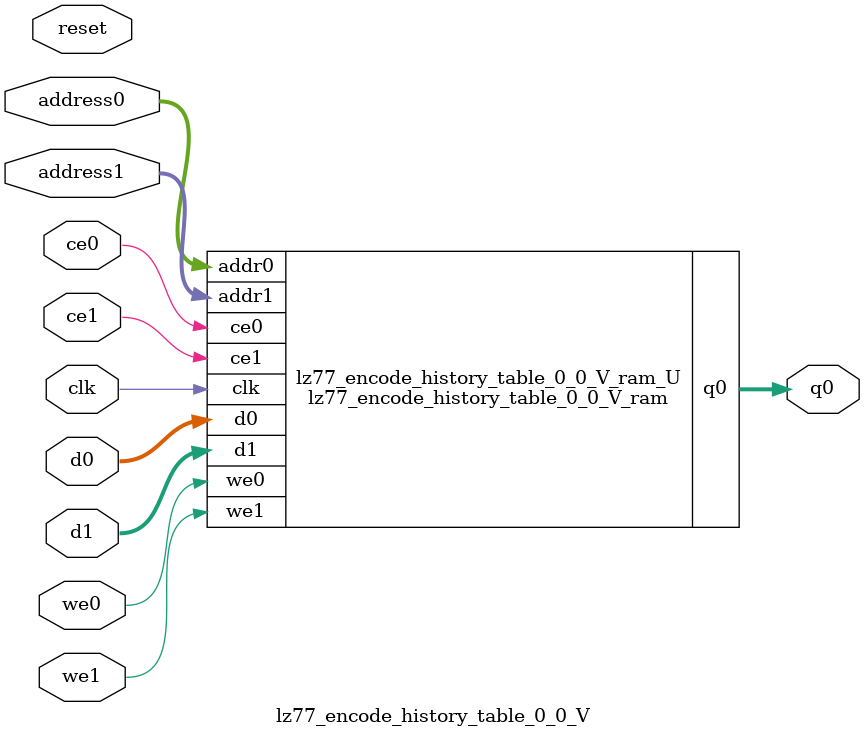
<source format=v>

`timescale 1 ns / 1 ps
module lz77_encode_history_table_0_0_V_ram (addr0, ce0, d0, we0, q0, addr1, ce1, d1, we1,  clk);

parameter DWIDTH = 96;
parameter AWIDTH = 10;
parameter MEM_SIZE = 1024;

input[AWIDTH-1:0] addr0;
input ce0;
input[DWIDTH-1:0] d0;
input we0;
output reg[DWIDTH-1:0] q0;
input[AWIDTH-1:0] addr1;
input ce1;
input[DWIDTH-1:0] d1;
input we1;
input clk;

(* ram_style = "block" *)reg [DWIDTH-1:0] ram[0:MEM_SIZE-1];




always @(posedge clk)  
begin 
    if (ce0) 
    begin
        if (we0) 
        begin 
            ram[addr0] <= d0; 
            q0 <= d0;
        end 
        else 
            q0 <= ram[addr0];
    end
end


always @(posedge clk)  
begin 
    if (ce1) 
    begin
        if (we1) 
        begin 
            ram[addr1] <= d1; 
        end 
    end
end


endmodule


`timescale 1 ns / 1 ps
module lz77_encode_history_table_0_0_V(
    reset,
    clk,
    address0,
    ce0,
    we0,
    d0,
    q0,
    address1,
    ce1,
    we1,
    d1);

parameter DataWidth = 32'd96;
parameter AddressRange = 32'd1024;
parameter AddressWidth = 32'd10;
input reset;
input clk;
input[AddressWidth - 1:0] address0;
input ce0;
input we0;
input[DataWidth - 1:0] d0;
output[DataWidth - 1:0] q0;
input[AddressWidth - 1:0] address1;
input ce1;
input we1;
input[DataWidth - 1:0] d1;



lz77_encode_history_table_0_0_V_ram lz77_encode_history_table_0_0_V_ram_U(
    .clk( clk ),
    .addr0( address0 ),
    .ce0( ce0 ),
    .d0( d0 ),
    .we0( we0 ),
    .q0( q0 ),
    .addr1( address1 ),
    .ce1( ce1 ),
    .d1( d1 ),
    .we1( we1 ));

endmodule


</source>
